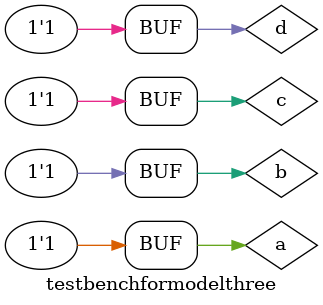
<source format=v>
module modelthree(f, a, b, c, d);
  input a, b, c, d;
  output f;  
  
  wire i,j,k,l,m;
 
  xor(j, a, b);
  
  not(i, a);
  
  and(k, i, c);
  
  nand(l, b, d);
  
  or(m, j, k);
  
  or(f, m, l);

endmodule

module testbenchformodelthree;
  reg a, b, c, d;
  wire out;
  modelthree m1(out, a, b, c, d); // we are creating an object h1 using half_adder
  initial
  begin
  // change default runtime from Simulate --> Runtime options 
  // #100 means perform the operation after 100 ps.
  
  // 1'b0 is register 0 , 1'b1 is register 1
  #25    a = 1'b0 ; b = 1'b0; c = 1'b0; d = 1'b0;
  #25    a = 1'b1 ; b = 1'b0; c = 1'b0; d = 1'b0;
  #25    a = 1'b0 ; b = 1'b1; c = 1'b0; d = 1'b0;
  #25    a = 1'b1 ; b = 1'b1; c = 1'b0; d = 1'b0;
  #25    a = 1'b0 ; b = 1'b0; c = 1'b1; d = 1'b0;
  #25    a = 1'b1 ; b = 1'b0; c = 1'b1; d = 1'b0;
  #25    a = 1'b0 ; b = 1'b1; c = 1'b1; d = 1'b0;
  #25    a = 1'b1 ; b = 1'b1; c = 1'b1; d = 1'b0;
  #25    a = 1'b0 ; b = 1'b0; c = 1'b0; d = 1'b1;
  #25    a = 1'b1 ; b = 1'b0; c = 1'b0; d = 1'b1;
  #25    a = 1'b0 ; b = 1'b1; c = 1'b0; d = 1'b1;
  #25    a = 1'b1 ; b = 1'b1; c = 1'b0; d = 1'b1;
  #25    a = 1'b0 ; b = 1'b0; c = 1'b1; d = 1'b1;
  #25    a = 1'b1 ; b = 1'b0; c = 1'b1; d = 1'b1;
  #25    a = 1'b0 ; b = 1'b1; c = 1'b1; d = 1'b1;
  #25    a = 1'b1 ; b = 1'b1; c = 1'b1; d = 1'b1;
  end
endmodule






</source>
